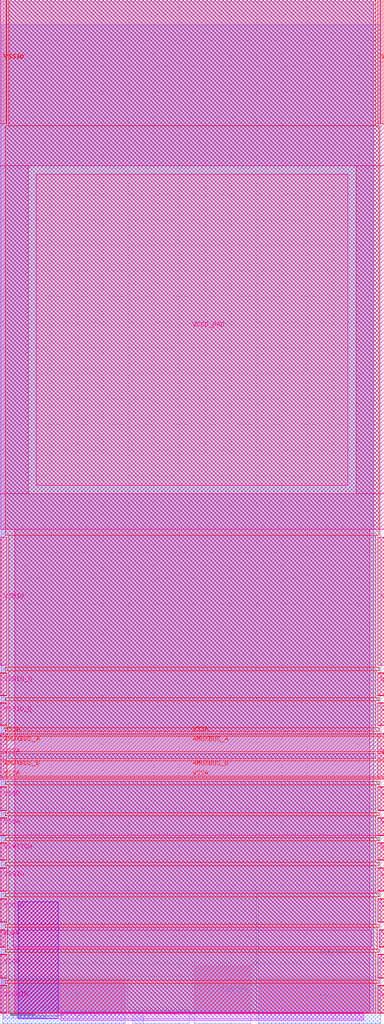
<source format=lef>
VERSION 5.7 ;
  NOWIREEXTENSIONATPIN ON ;
  DIVIDERCHAR "/" ;
  BUSBITCHARS "[]" ;
MACRO sky130_ef_io__vccd_hvc_pad
  CLASS PAD POWER ;
  FOREIGN sky130_ef_io__vccd_hvc_pad ;
  ORIGIN 0.000 0.000 ;
  SIZE 75.000 BY 197.965 ;
  PIN AMUXBUS_A
    DIRECTION INOUT ;
    USE SIGNAL ;
    PORT
      LAYER met4 ;
        RECT 0.000 51.090 75.000 54.070 ;
    END
    PORT
      LAYER met4 ;
        RECT 0.000 51.090 1.270 54.070 ;
    END
  END AMUXBUS_A
  PIN AMUXBUS_B
    DIRECTION INOUT ;
    USE SIGNAL ;
    PORT
      LAYER met4 ;
        RECT 0.000 46.330 75.000 49.310 ;
    END
    PORT
      LAYER met4 ;
        RECT 0.000 46.330 1.270 49.310 ;
    END
  END AMUXBUS_B
  PIN DRN_HVC
    DIRECTION INOUT ;
    USE POWER ;
    PORT
      LAYER met2 ;
        RECT 50.390 -2.035 74.290 23.625 ;
    END
    PORT
      LAYER met3 ;
        RECT 37.890 -2.035 48.890 9.295 ;
    END
  END DRN_HVC
  PIN SRC_BDY_HVC
    DIRECTION INOUT ;
    USE GROUND ;
    PORT
      LAYER met2 ;
        RECT 0.495 -2.035 24.395 0.020 ;
    END
    PORT
      LAYER met3 ;
        RECT 25.895 -2.035 36.895 0.690 ;
    END
  END SRC_BDY_HVC
  PIN VCCD_PAD
    DIRECTION INOUT ;
    USE POWER ;
    PORT
      LAYER met5 ;
        RECT 7.050 103.085 67.890 163.910 ;
    END
  END VCCD_PAD
  PIN VSSA
    DIRECTION INOUT ;
    USE GROUND ;
    PORT
      LAYER met5 ;
        RECT 73.730 45.700 75.000 54.700 ;
    END
    PORT
      LAYER met5 ;
        RECT 73.730 34.805 75.000 38.050 ;
    END
    PORT
      LAYER met5 ;
        RECT 0.000 45.700 1.270 54.700 ;
    END
    PORT
      LAYER met5 ;
        RECT 0.000 34.805 1.270 38.050 ;
    END
    PORT
      LAYER met4 ;
        RECT 73.730 49.610 75.000 50.790 ;
    END
    PORT
      LAYER met4 ;
        RECT 0.000 54.370 75.000 54.700 ;
    END
    PORT
      LAYER met4 ;
        RECT 0.000 45.700 75.000 46.030 ;
    END
    PORT
      LAYER met4 ;
        RECT 73.730 34.700 75.000 38.150 ;
    END
    PORT
      LAYER met4 ;
        RECT 0.000 45.700 1.270 46.030 ;
    END
    PORT
      LAYER met4 ;
        RECT 0.000 49.610 1.270 50.790 ;
    END
    PORT
      LAYER met4 ;
        RECT 0.000 54.370 1.270 54.700 ;
    END
    PORT
      LAYER met4 ;
        RECT 0.000 34.700 1.270 38.150 ;
    END
  END VSSA
  PIN VDDA
    DIRECTION INOUT ;
    USE POWER ;
    PORT
      LAYER met5 ;
        RECT 74.035 13.000 75.000 16.250 ;
    END
    PORT
      LAYER met5 ;
        RECT 0.000 13.000 0.965 16.250 ;
    END
    PORT
      LAYER met4 ;
        RECT 74.035 12.900 75.000 16.350 ;
    END
    PORT
      LAYER met4 ;
        RECT 0.000 12.900 0.965 16.350 ;
    END
  END VDDA
  PIN VSWITCH
    DIRECTION INOUT ;
    USE POWER ;
    PORT
      LAYER met5 ;
        RECT 73.730 29.950 75.000 33.200 ;
    END
    PORT
      LAYER met5 ;
        RECT 0.000 29.950 1.270 33.200 ;
    END
    PORT
      LAYER met4 ;
        RECT 73.730 29.850 75.000 33.300 ;
    END
    PORT
      LAYER met4 ;
        RECT 0.000 29.850 1.270 33.300 ;
    END
  END VSWITCH
  PIN VDDIO_Q
    DIRECTION INOUT ;
    USE POWER ;
    PORT
      LAYER met5 ;
        RECT 73.730 62.150 75.000 66.400 ;
    END
    PORT
      LAYER met5 ;
        RECT 0.000 62.150 1.270 66.400 ;
    END
    PORT
      LAYER met4 ;
        RECT 73.730 62.050 75.000 66.500 ;
    END
    PORT
      LAYER met4 ;
        RECT 0.000 62.050 1.270 66.500 ;
    END
  END VDDIO_Q
  PIN VCCHIB
    DIRECTION INOUT ;
    USE POWER ;
    PORT
      LAYER met5 ;
        RECT 73.730 0.100 75.000 5.350 ;
    END
    PORT
      LAYER met5 ;
        RECT 0.000 0.100 1.270 5.350 ;
    END
    PORT
      LAYER met4 ;
        RECT 73.730 0.000 75.000 5.450 ;
    END
    PORT
      LAYER met4 ;
        RECT 0.000 0.000 1.270 5.450 ;
    END
  END VCCHIB
  PIN VDDIO
    DIRECTION INOUT ;
    USE POWER ;
    PORT
      LAYER met5 ;
        RECT 73.730 68.000 75.000 92.950 ;
    END
    PORT
      LAYER met5 ;
        RECT 73.730 17.850 75.000 22.300 ;
    END
    PORT
      LAYER met5 ;
        RECT 0.000 68.000 1.270 92.950 ;
    END
    PORT
      LAYER met5 ;
        RECT 0.000 17.850 1.270 22.300 ;
    END
    PORT
      LAYER met4 ;
        RECT 73.730 17.750 75.000 22.400 ;
    END
    PORT
      LAYER met4 ;
        RECT 73.730 68.000 75.000 92.965 ;
    END
    PORT
      LAYER met4 ;
        RECT 0.000 17.750 1.270 22.400 ;
    END
    PORT
      LAYER met4 ;
        RECT 0.000 68.000 1.270 92.965 ;
    END
  END VDDIO
  PIN VCCD
    DIRECTION INOUT ;
    USE POWER ;
    PORT
      LAYER met3 ;
        RECT 50.390 -2.035 74.290 6.865 ;
    END
    PORT
      LAYER met3 ;
        RECT 0.495 -2.035 24.395 6.865 ;
    END
    PORT
      LAYER met5 ;
        RECT 73.730 6.950 75.000 11.400 ;
    END
    PORT
      LAYER met5 ;
        RECT 0.000 6.950 1.270 11.400 ;
    END
    PORT
      LAYER met4 ;
        RECT 73.730 6.850 75.000 11.500 ;
    END
    PORT
      LAYER met4 ;
        RECT 0.000 6.850 1.270 11.500 ;
    END
  END VCCD
  PIN VSSIO
    DIRECTION INOUT ;
    USE GROUND ;
    PORT
      LAYER met4 ;
        RECT 0.000 173.750 1.205 197.965 ;
    END
    PORT
      LAYER met4 ;
        RECT 74.225 173.750 75.000 197.965 ;
    END
    PORT
      LAYER met5 ;
        RECT 73.730 23.900 75.000 28.350 ;
    END
    PORT
      LAYER met5 ;
        RECT 0.000 23.900 1.270 28.350 ;
    END
    PORT
      LAYER met4 ;
        RECT 73.730 23.800 75.000 28.450 ;
    END
    PORT
      LAYER met4 ;
        RECT 73.730 173.750 75.000 197.965 ;
    END
    PORT
      LAYER met4 ;
        RECT 0.000 173.750 1.270 197.965 ;
    END
    PORT
      LAYER met4 ;
        RECT 0.000 23.800 1.270 28.450 ;
    END
  END VSSIO
  PIN VSSD
    DIRECTION INOUT ;
    USE GROUND ;
    PORT
      LAYER met5 ;
        RECT 73.730 39.650 75.000 44.100 ;
    END
    PORT
      LAYER met5 ;
        RECT 0.000 39.650 1.270 44.100 ;
    END
    PORT
      LAYER met4 ;
        RECT 73.730 39.550 75.000 44.200 ;
    END
    PORT
      LAYER met4 ;
        RECT 0.000 39.550 1.270 44.200 ;
    END
  END VSSD
  PIN VSSIO_Q
    DIRECTION INOUT ;
    USE GROUND ;
    PORT
      LAYER met5 ;
        RECT 73.730 56.300 75.000 60.550 ;
    END
    PORT
      LAYER met5 ;
        RECT 0.000 56.300 1.270 60.550 ;
    END
    PORT
      LAYER met4 ;
        RECT 73.730 56.200 75.000 60.650 ;
    END
    PORT
      LAYER met4 ;
        RECT 0.000 56.200 1.270 60.650 ;
    END
  END VSSIO_Q
  OBS
      LAYER pwell ;
        RECT 3.495 -1.100 11.285 21.755 ;
      LAYER nwell ;
        RECT 11.860 -1.350 70.965 0.170 ;
      LAYER li1 ;
        RECT 0.610 0.000 72.855 197.660 ;
        RECT 0.610 -0.970 11.155 0.000 ;
        RECT 12.035 -0.115 13.045 0.000 ;
        RECT 69.730 -0.115 70.680 0.000 ;
        RECT 12.035 -1.065 70.680 -0.115 ;
      LAYER met1 ;
        RECT 0.185 0.000 72.915 197.690 ;
        RECT 3.625 -0.905 8.855 0.000 ;
        RECT 12.035 -0.115 13.350 0.000 ;
        POLYGON 13.350 0.000 13.465 -0.115 13.350 -0.115 ;
        POLYGON 69.540 0.000 69.540 -0.115 69.425 -0.115 ;
        RECT 69.540 -0.115 70.680 0.000 ;
        RECT 12.035 -1.065 70.680 -0.115 ;
      LAYER met2 ;
        RECT 0.265 23.905 74.290 193.040 ;
        RECT 0.265 0.300 50.110 23.905 ;
        RECT 24.675 0.000 50.110 0.300 ;
        RECT 25.895 -2.035 27.895 -0.115 ;
      LAYER met3 ;
        RECT 0.240 9.695 74.290 197.965 ;
        RECT 0.240 7.265 37.490 9.695 ;
        RECT 24.795 1.090 37.490 7.265 ;
        RECT 24.795 0.690 25.495 1.090 ;
        RECT 37.295 0.690 37.490 1.090 ;
        RECT 49.290 7.265 74.290 9.695 ;
        RECT 49.290 0.690 49.990 7.265 ;
      LAYER met4 ;
        RECT 1.670 173.350 73.330 197.965 ;
        RECT 0.965 93.365 74.035 173.350 ;
        RECT 1.670 67.600 73.330 93.365 ;
        RECT 0.965 66.900 74.035 67.600 ;
        RECT 1.670 61.650 73.330 66.900 ;
        RECT 0.965 61.050 74.035 61.650 ;
        RECT 1.670 55.800 73.330 61.050 ;
        RECT 0.965 55.100 74.035 55.800 ;
        RECT 1.670 49.710 73.330 50.690 ;
        RECT 0.965 44.600 74.035 45.300 ;
        RECT 1.670 39.150 73.330 44.600 ;
        RECT 0.965 38.550 74.035 39.150 ;
        RECT 1.670 34.300 73.330 38.550 ;
        RECT 0.965 33.700 74.035 34.300 ;
        RECT 1.670 29.450 73.330 33.700 ;
        RECT 0.965 28.850 74.035 29.450 ;
        RECT 1.670 23.400 73.330 28.850 ;
        RECT 0.965 22.800 74.035 23.400 ;
        RECT 1.670 17.350 73.330 22.800 ;
        RECT 0.965 16.750 74.035 17.350 ;
        RECT 1.365 12.500 73.635 16.750 ;
        RECT 0.965 11.900 74.035 12.500 ;
        RECT 1.670 6.450 73.330 11.900 ;
        RECT 0.965 5.850 74.035 6.450 ;
        RECT 1.670 0.000 73.330 5.850 ;
      LAYER met5 ;
        RECT 0.000 165.510 75.000 197.965 ;
        RECT 0.000 101.485 5.450 165.510 ;
        RECT 69.490 101.485 75.000 165.510 ;
        RECT 0.000 94.550 75.000 101.485 ;
        RECT 2.870 34.805 72.130 94.550 ;
        RECT 0.000 34.800 75.000 34.805 ;
        RECT 2.870 16.250 72.130 34.800 ;
        RECT 2.565 13.000 72.435 16.250 ;
        RECT 2.870 0.100 72.130 13.000 ;
  END
END sky130_ef_io__vccd_hvc_pad
END LIBRARY


</source>
